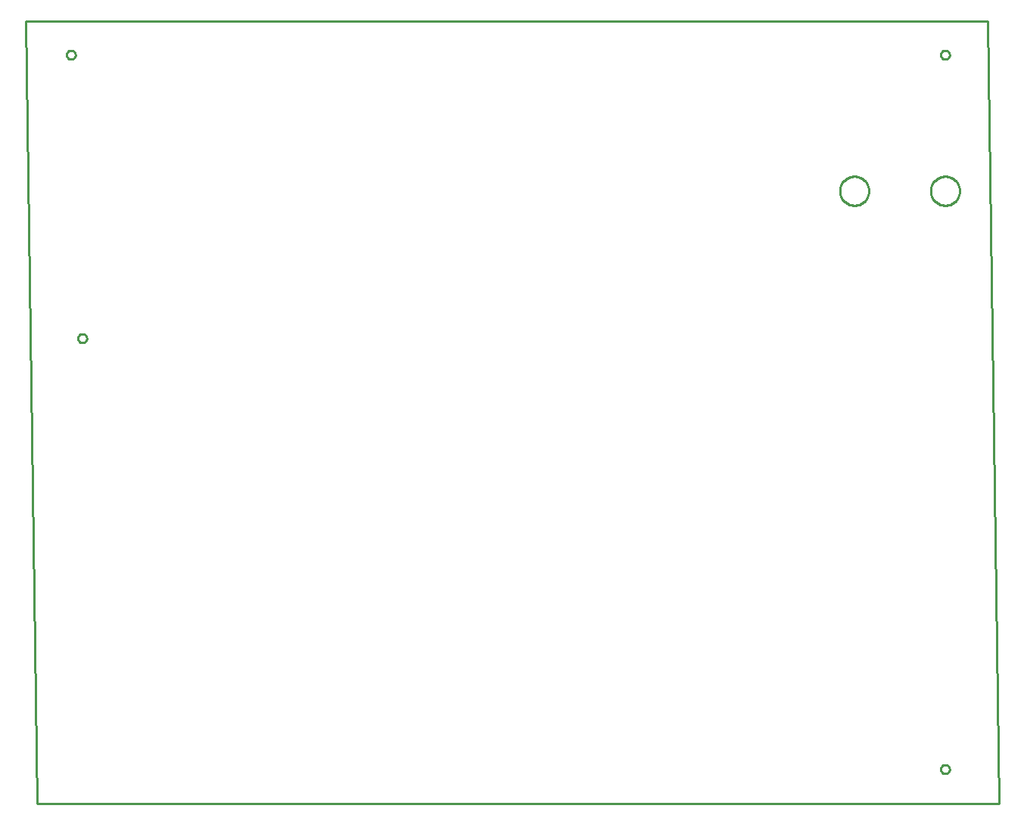
<source format=gbr>
G04 EAGLE Gerber RS-274X export*
G75*
%MOMM*%
%FSLAX34Y34*%
%LPD*%
%IN*%
%IPPOS*%
%AMOC8*
5,1,8,0,0,1.08239X$1,22.5*%
G01*
%ADD10C,0.254000*%


D10*
X-12700Y876200D02*
X0Y0D01*
X1076200Y0D01*
X1063500Y876200D01*
X-12700Y876200D01*
X43100Y837919D02*
X43037Y837361D01*
X42912Y836814D01*
X42727Y836284D01*
X42483Y835778D01*
X42184Y835302D01*
X41834Y834863D01*
X41437Y834466D01*
X40998Y834116D01*
X40522Y833817D01*
X40016Y833573D01*
X39486Y833388D01*
X38939Y833263D01*
X38381Y833200D01*
X37819Y833200D01*
X37261Y833263D01*
X36714Y833388D01*
X36184Y833573D01*
X35678Y833817D01*
X35202Y834116D01*
X34763Y834466D01*
X34366Y834863D01*
X34016Y835302D01*
X33717Y835778D01*
X33473Y836284D01*
X33288Y836814D01*
X33163Y837361D01*
X33100Y837919D01*
X33100Y838481D01*
X33163Y839039D01*
X33288Y839586D01*
X33473Y840116D01*
X33717Y840622D01*
X34016Y841098D01*
X34366Y841537D01*
X34763Y841934D01*
X35202Y842284D01*
X35678Y842583D01*
X36184Y842827D01*
X36714Y843012D01*
X37261Y843137D01*
X37819Y843200D01*
X38381Y843200D01*
X38939Y843137D01*
X39486Y843012D01*
X40016Y842827D01*
X40522Y842583D01*
X40998Y842284D01*
X41437Y841934D01*
X41834Y841537D01*
X42184Y841098D01*
X42483Y840622D01*
X42727Y840116D01*
X42912Y839586D01*
X43037Y839039D01*
X43100Y838481D01*
X43100Y837919D01*
X1021000Y837919D02*
X1020937Y837361D01*
X1020812Y836814D01*
X1020627Y836284D01*
X1020383Y835778D01*
X1020084Y835302D01*
X1019734Y834863D01*
X1019337Y834466D01*
X1018898Y834116D01*
X1018422Y833817D01*
X1017916Y833573D01*
X1017386Y833388D01*
X1016839Y833263D01*
X1016281Y833200D01*
X1015719Y833200D01*
X1015161Y833263D01*
X1014614Y833388D01*
X1014084Y833573D01*
X1013578Y833817D01*
X1013102Y834116D01*
X1012663Y834466D01*
X1012266Y834863D01*
X1011916Y835302D01*
X1011617Y835778D01*
X1011373Y836284D01*
X1011188Y836814D01*
X1011063Y837361D01*
X1011000Y837919D01*
X1011000Y838481D01*
X1011063Y839039D01*
X1011188Y839586D01*
X1011373Y840116D01*
X1011617Y840622D01*
X1011916Y841098D01*
X1012266Y841537D01*
X1012663Y841934D01*
X1013102Y842284D01*
X1013578Y842583D01*
X1014084Y842827D01*
X1014614Y843012D01*
X1015161Y843137D01*
X1015719Y843200D01*
X1016281Y843200D01*
X1016839Y843137D01*
X1017386Y843012D01*
X1017916Y842827D01*
X1018422Y842583D01*
X1018898Y842284D01*
X1019337Y841934D01*
X1019734Y841537D01*
X1020084Y841098D01*
X1020383Y840622D01*
X1020627Y840116D01*
X1020812Y839586D01*
X1020937Y839039D01*
X1021000Y838481D01*
X1021000Y837919D01*
X1021000Y37819D02*
X1020937Y37261D01*
X1020812Y36714D01*
X1020627Y36184D01*
X1020383Y35678D01*
X1020084Y35202D01*
X1019734Y34763D01*
X1019337Y34366D01*
X1018898Y34016D01*
X1018422Y33717D01*
X1017916Y33473D01*
X1017386Y33288D01*
X1016839Y33163D01*
X1016281Y33100D01*
X1015719Y33100D01*
X1015161Y33163D01*
X1014614Y33288D01*
X1014084Y33473D01*
X1013578Y33717D01*
X1013102Y34016D01*
X1012663Y34366D01*
X1012266Y34763D01*
X1011916Y35202D01*
X1011617Y35678D01*
X1011373Y36184D01*
X1011188Y36714D01*
X1011063Y37261D01*
X1011000Y37819D01*
X1011000Y38381D01*
X1011063Y38939D01*
X1011188Y39486D01*
X1011373Y40016D01*
X1011617Y40522D01*
X1011916Y40998D01*
X1012266Y41437D01*
X1012663Y41834D01*
X1013102Y42184D01*
X1013578Y42483D01*
X1014084Y42727D01*
X1014614Y42912D01*
X1015161Y43037D01*
X1015719Y43100D01*
X1016281Y43100D01*
X1016839Y43037D01*
X1017386Y42912D01*
X1017916Y42727D01*
X1018422Y42483D01*
X1018898Y42184D01*
X1019337Y41834D01*
X1019734Y41437D01*
X1020084Y40998D01*
X1020383Y40522D01*
X1020627Y40016D01*
X1020812Y39486D01*
X1020937Y38939D01*
X1021000Y38381D01*
X1021000Y37819D01*
X55800Y520419D02*
X55737Y519861D01*
X55612Y519314D01*
X55427Y518784D01*
X55183Y518278D01*
X54884Y517802D01*
X54534Y517363D01*
X54137Y516966D01*
X53698Y516616D01*
X53222Y516317D01*
X52716Y516073D01*
X52186Y515888D01*
X51639Y515763D01*
X51081Y515700D01*
X50519Y515700D01*
X49961Y515763D01*
X49414Y515888D01*
X48884Y516073D01*
X48378Y516317D01*
X47902Y516616D01*
X47463Y516966D01*
X47066Y517363D01*
X46716Y517802D01*
X46417Y518278D01*
X46173Y518784D01*
X45988Y519314D01*
X45863Y519861D01*
X45800Y520419D01*
X45800Y520981D01*
X45863Y521539D01*
X45988Y522086D01*
X46173Y522616D01*
X46417Y523122D01*
X46716Y523598D01*
X47066Y524037D01*
X47463Y524434D01*
X47902Y524784D01*
X48378Y525083D01*
X48884Y525327D01*
X49414Y525512D01*
X49961Y525637D01*
X50519Y525700D01*
X51081Y525700D01*
X51639Y525637D01*
X52186Y525512D01*
X52716Y525327D01*
X53222Y525083D01*
X53698Y524784D01*
X54137Y524434D01*
X54534Y524037D01*
X54884Y523598D01*
X55183Y523122D01*
X55427Y522616D01*
X55612Y522086D01*
X55737Y521539D01*
X55800Y520981D01*
X55800Y520419D01*
X930656Y685268D02*
X930586Y684206D01*
X930447Y683151D01*
X930240Y682107D01*
X929964Y681079D01*
X929622Y680071D01*
X929215Y679087D01*
X928744Y678133D01*
X928212Y677211D01*
X927621Y676326D01*
X926973Y675482D01*
X926271Y674682D01*
X925518Y673929D01*
X924718Y673227D01*
X923874Y672579D01*
X922989Y671988D01*
X922067Y671456D01*
X921113Y670985D01*
X920129Y670578D01*
X919121Y670236D01*
X918093Y669960D01*
X917049Y669753D01*
X915994Y669614D01*
X914932Y669544D01*
X913868Y669544D01*
X912806Y669614D01*
X911751Y669753D01*
X910707Y669960D01*
X909679Y670236D01*
X908671Y670578D01*
X907687Y670985D01*
X906733Y671456D01*
X905811Y671988D01*
X904926Y672579D01*
X904082Y673227D01*
X903282Y673929D01*
X902529Y674682D01*
X901827Y675482D01*
X901179Y676326D01*
X900588Y677211D01*
X900056Y678133D01*
X899585Y679087D01*
X899178Y680071D01*
X898836Y681079D01*
X898560Y682107D01*
X898353Y683151D01*
X898214Y684206D01*
X898144Y685268D01*
X898144Y686332D01*
X898214Y687394D01*
X898353Y688449D01*
X898560Y689493D01*
X898836Y690521D01*
X899178Y691529D01*
X899585Y692513D01*
X900056Y693467D01*
X900588Y694389D01*
X901179Y695274D01*
X901827Y696118D01*
X902529Y696918D01*
X903282Y697671D01*
X904082Y698373D01*
X904926Y699021D01*
X905811Y699612D01*
X906733Y700144D01*
X907687Y700615D01*
X908671Y701022D01*
X909679Y701364D01*
X910707Y701640D01*
X911751Y701847D01*
X912806Y701986D01*
X913868Y702056D01*
X914932Y702056D01*
X915994Y701986D01*
X917049Y701847D01*
X918093Y701640D01*
X919121Y701364D01*
X920129Y701022D01*
X921113Y700615D01*
X922067Y700144D01*
X922989Y699612D01*
X923874Y699021D01*
X924718Y698373D01*
X925518Y697671D01*
X926271Y696918D01*
X926973Y696118D01*
X927621Y695274D01*
X928212Y694389D01*
X928744Y693467D01*
X929215Y692513D01*
X929622Y691529D01*
X929964Y690521D01*
X930240Y689493D01*
X930447Y688449D01*
X930586Y687394D01*
X930656Y686332D01*
X930656Y685268D01*
X1032256Y685268D02*
X1032186Y684206D01*
X1032047Y683151D01*
X1031840Y682107D01*
X1031564Y681079D01*
X1031222Y680071D01*
X1030815Y679087D01*
X1030344Y678133D01*
X1029812Y677211D01*
X1029221Y676326D01*
X1028573Y675482D01*
X1027871Y674682D01*
X1027118Y673929D01*
X1026318Y673227D01*
X1025474Y672579D01*
X1024589Y671988D01*
X1023667Y671456D01*
X1022713Y670985D01*
X1021729Y670578D01*
X1020721Y670236D01*
X1019693Y669960D01*
X1018649Y669753D01*
X1017594Y669614D01*
X1016532Y669544D01*
X1015468Y669544D01*
X1014406Y669614D01*
X1013351Y669753D01*
X1012307Y669960D01*
X1011279Y670236D01*
X1010271Y670578D01*
X1009287Y670985D01*
X1008333Y671456D01*
X1007411Y671988D01*
X1006526Y672579D01*
X1005682Y673227D01*
X1004882Y673929D01*
X1004129Y674682D01*
X1003427Y675482D01*
X1002779Y676326D01*
X1002188Y677211D01*
X1001656Y678133D01*
X1001185Y679087D01*
X1000778Y680071D01*
X1000436Y681079D01*
X1000160Y682107D01*
X999953Y683151D01*
X999814Y684206D01*
X999744Y685268D01*
X999744Y686332D01*
X999814Y687394D01*
X999953Y688449D01*
X1000160Y689493D01*
X1000436Y690521D01*
X1000778Y691529D01*
X1001185Y692513D01*
X1001656Y693467D01*
X1002188Y694389D01*
X1002779Y695274D01*
X1003427Y696118D01*
X1004129Y696918D01*
X1004882Y697671D01*
X1005682Y698373D01*
X1006526Y699021D01*
X1007411Y699612D01*
X1008333Y700144D01*
X1009287Y700615D01*
X1010271Y701022D01*
X1011279Y701364D01*
X1012307Y701640D01*
X1013351Y701847D01*
X1014406Y701986D01*
X1015468Y702056D01*
X1016532Y702056D01*
X1017594Y701986D01*
X1018649Y701847D01*
X1019693Y701640D01*
X1020721Y701364D01*
X1021729Y701022D01*
X1022713Y700615D01*
X1023667Y700144D01*
X1024589Y699612D01*
X1025474Y699021D01*
X1026318Y698373D01*
X1027118Y697671D01*
X1027871Y696918D01*
X1028573Y696118D01*
X1029221Y695274D01*
X1029812Y694389D01*
X1030344Y693467D01*
X1030815Y692513D01*
X1031222Y691529D01*
X1031564Y690521D01*
X1031840Y689493D01*
X1032047Y688449D01*
X1032186Y687394D01*
X1032256Y686332D01*
X1032256Y685268D01*
M02*

</source>
